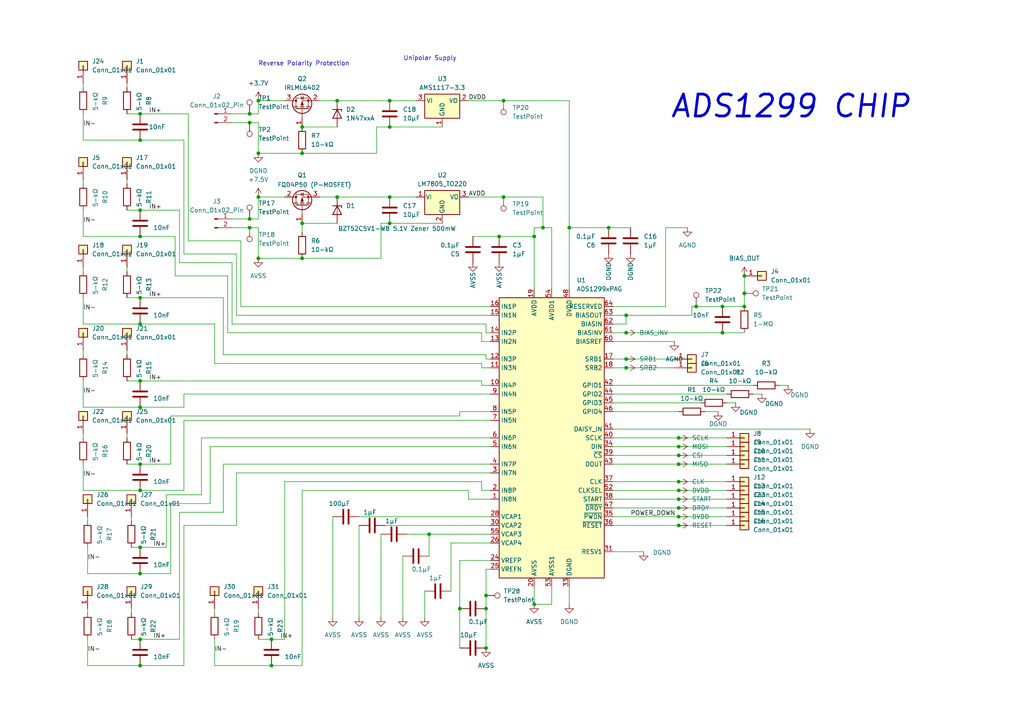
<source format=kicad_sch>
(kicad_sch (version 20250114) (generator "eeschema") (generator_version "9.0")
  (paper "A4")
  (title_block (title "EEG ADC BOARD") (date "2025-08-15") (rev "Mohamed Samir"))
  (text "Unipolar Supply\n\n " (at 124.714 19.05 0) (effects (font (size 1.27 1.27))))
  (text "Reverse Polarity Protection\n" (at 88.138 18.542 0) (effects (font (size 1.27 1.27))))
  (text "ADS1299 CHIP\n" (at 229.362 30.988 0) (effects (font (size 6.35 6.35) (thickness 0.7938) (italic yes))))
  (junction (at 97.79 29.21))
  (junction (at 181.61 91.44))
  (junction (at 72.39 33.02))
  (junction (at 40.64 142.24))
  (junction (at 87.63 44.45))
  (junction (at 40.64 40.64))
  (junction (at 40.64 93.98))
  (junction (at 40.64 118.11))
  (junction (at 140.97 176.53))
  (junction (at 201.93 88.9))
  (junction (at 40.64 60.96))
  (junction (at 40.64 193.04))
  (junction (at 196.85 134.62))
  (junction (at 181.61 96.52))
  (junction (at 113.03 29.21))
  (junction (at 144.78 68.58))
  (junction (at 113.03 57.15))
  (junction (at 196.85 152.4))
  (junction (at 215.9 88.9))
  (junction (at 196.85 139.7))
  (junction (at 196.85 127))
  (junction (at 181.61 106.68))
  (junction (at 154.94 68.58))
  (junction (at 87.63 64.77))
  (junction (at 72.39 35.56))
  (junction (at 97.79 57.15))
  (junction (at 74.93 57.15))
  (junction (at 72.39 66.04))
  (junction (at 40.64 33.02))
  (junction (at 215.9 85.09))
  (junction (at 40.64 185.42))
  (junction (at 215.9 80.01))
  (junction (at 87.63 36.83))
  (junction (at 87.63 74.93))
  (junction (at 209.55 96.52))
  (junction (at 124.46 154.94))
  (junction (at 140.97 172.72))
  (junction (at 74.93 74.93))
  (junction (at 146.05 29.21))
  (junction (at 40.64 86.36))
  (junction (at 113.03 64.77))
  (junction (at 40.64 68.58))
  (junction (at 154.94 175.26))
  (junction (at 40.64 166.37))
  (junction (at 74.93 44.45))
  (junction (at 40.64 158.75))
  (junction (at 74.93 29.21))
  (junction (at 146.05 57.15))
  (junction (at 40.64 134.62))
  (junction (at 181.61 104.14))
  (junction (at 157.48 66.04))
  (junction (at 40.64 110.49))
  (junction (at 196.85 144.78))
  (junction (at 196.85 132.08))
  (junction (at 209.55 88.9))
  (junction (at 196.85 147.32))
  (junction (at 133.35 176.53))
  (junction (at 140.97 187.96))
  (junction (at 196.85 142.24))
  (junction (at 165.1 66.04))
  (junction (at 196.85 129.54))
  (junction (at 196.85 149.86))
  (junction (at 78.74 193.04))
  (junction (at 176.53 66.04))
  (junction (at 113.03 36.83))
  (junction (at 78.74 185.42))
  (junction (at 72.39 63.5))
  (wire (pts (xy 72.39 63.5) (xy 74.93 63.5)))
  (wire (pts (xy 74.93 74.93) (xy 87.63 74.93)))
  (wire (pts (xy 25.4 185.42) (xy 25.4 193.04)))
  (wire (pts (xy 36.83 101.6) (xy 36.83 102.87)))
  (wire (pts (xy 82.55 139.7) (xy 139.7 139.7)))
  (wire (pts (xy 69.85 88.9) (xy 142.24 88.9)))
  (wire (pts (xy 177.8 104.14) (xy 181.61 104.14)))
  (wire (pts (xy 142.24 144.78) (xy 135.89 144.78)))
  (wire (pts (xy 54.61 33.02) (xy 54.61 69.85)))
  (wire (pts (xy 226.06 111.76) (xy 228.6 111.76)))
  (wire (pts (xy 200.66 88.9) (xy 201.93 88.9)))
  (wire (pts (xy 24.13 86.36) (xy 24.13 93.98)))
  (wire (pts (xy 177.8 129.54) (xy 196.85 129.54)))
  (wire (pts (xy 82.55 185.42) (xy 82.55 139.7)))
  (wire (pts (xy 64.77 134.62) (xy 142.24 134.62)))
  (wire (pts (xy 139.7 99.06) (xy 142.24 99.06)))
  (wire (pts (xy 210.82 129.54) (xy 196.85 129.54)))
  (wire (pts (xy 113.03 64.77) (xy 128.27 64.77)))
  (wire (pts (xy 195.58 106.68) (xy 181.61 106.68)))
  (wire (pts (xy 110.49 154.94) (xy 110.49 179.07)))
  (wire (pts (xy 54.61 69.85) (xy 69.85 69.85)))
  (wire (pts (xy 74.93 29.21) (xy 82.55 29.21)))
  (wire (pts (xy 74.93 63.5) (xy 74.93 57.15)))
  (wire (pts (xy 135.89 57.15) (xy 146.05 57.15)))
  (wire (pts (xy 135.89 144.78) (xy 135.89 142.24)))
  (wire (pts (xy 146.05 29.21) (xy 165.1 29.21)))
  (wire (pts (xy 60.96 146.05) (xy 49.53 146.05)))
  (wire (pts (xy 24.13 93.98) (xy 40.64 93.98)))
  (wire (pts (xy 142.24 129.54) (xy 60.96 129.54)))
  (wire (pts (xy 146.05 57.15) (xy 157.48 57.15)))
  (wire (pts (xy 139.7 142.24) (xy 142.24 142.24)))
  (wire (pts (xy 40.64 193.04) (xy 25.4 193.04)))
  (wire (pts (xy 68.58 73.66) (xy 68.58 91.44)))
  (wire (pts (xy 195.58 104.14) (xy 181.61 104.14)))
  (wire (pts (xy 97.79 57.15) (xy 92.71 57.15)))
  (wire (pts (xy 193.04 88.9) (xy 193.04 66.04)))
  (wire (pts (xy 204.47 119.38) (xy 208.28 119.38)))
  (wire (pts (xy 64.77 102.87) (xy 140.97 102.87)))
  (wire (pts (xy 72.39 35.56) (xy 74.93 35.56)))
  (wire (pts (xy 209.55 88.9) (xy 215.9 88.9)))
  (wire (pts (xy 53.34 121.92) (xy 142.24 121.92)))
  (wire (pts (xy 160.02 66.04) (xy 157.48 66.04)))
  (wire (pts (xy 62.23 176.53) (xy 62.23 177.8)))
  (wire (pts (xy 177.8 116.84) (xy 203.2 116.84)))
  (wire (pts (xy 144.78 68.58) (xy 154.94 68.58)))
  (wire (pts (xy 40.64 40.64) (xy 53.34 40.64)))
  (wire (pts (xy 109.22 44.45) (xy 87.63 44.45)))
  (wire (pts (xy 67.31 93.98) (xy 140.97 93.98)))
  (wire (pts (xy 50.8 68.58) (xy 50.8 80.01)))
  (wire (pts (xy 177.8 134.62) (xy 196.85 134.62)))
  (wire (pts (xy 87.63 74.93) (xy 110.49 74.93)))
  (wire (pts (xy 140.97 176.53) (xy 140.97 187.96)))
  (wire (pts (xy 133.35 120.65) (xy 133.35 119.38)))
  (wire (pts (xy 74.93 44.45) (xy 87.63 44.45)))
  (wire (pts (xy 74.93 33.02) (xy 74.93 29.21)))
  (wire (pts (xy 24.13 68.58) (xy 40.64 68.58)))
  (wire (pts (xy 177.8 91.44) (xy 181.61 91.44)))
  (wire (pts (xy 139.7 96.52) (xy 139.7 99.06)))
  (wire (pts (xy 87.63 64.77) (xy 97.79 64.77)))
  (wire (pts (xy 113.03 36.83) (xy 128.27 36.83)))
  (wire (pts (xy 113.03 29.21) (xy 120.65 29.21)))
  (wire (pts (xy 177.8 152.4) (xy 196.85 152.4)))
  (wire (pts (xy 58.42 127) (xy 142.24 127)))
  (wire (pts (xy 53.34 142.24) (xy 53.34 121.92)))
  (wire (pts (xy 66.04 96.52) (xy 139.7 96.52)))
  (wire (pts (xy 87.63 142.24) (xy 87.63 193.04)))
  (wire (pts (xy 25.4 149.86) (xy 25.4 151.13)))
  (wire (pts (xy 177.8 144.78) (xy 196.85 144.78)))
  (wire (pts (xy 210.82 142.24) (xy 196.85 142.24)))
  (wire (pts (xy 49.53 146.05) (xy 49.53 166.37)))
  (wire (pts (xy 87.63 64.77) (xy 87.63 67.31)))
  (wire (pts (xy 24.13 101.6) (xy 24.13 102.87)))
  (wire (pts (xy 74.93 66.04) (xy 74.93 74.93)))
  (wire (pts (xy 74.93 35.56) (xy 74.93 44.45)))
  (wire (pts (xy 193.04 66.04) (xy 199.39 66.04)))
  (wire (pts (xy 111.76 152.4) (xy 142.24 152.4)))
  (wire (pts (xy 64.77 148.59) (xy 64.77 134.62)))
  (wire (pts (xy 36.83 134.62) (xy 40.64 134.62)))
  (wire (pts (xy 24.13 60.96) (xy 24.13 68.58)))
  (wire (pts (xy 25.4 158.75) (xy 25.4 166.37)))
  (wire (pts (xy 38.1 149.86) (xy 38.1 151.13)))
  (wire (pts (xy 215.9 85.09) (xy 215.9 80.01)))
  (wire (pts (xy 53.34 114.3) (xy 142.24 114.3)))
  (wire (pts (xy 140.97 93.98) (xy 140.97 96.52)))
  (wire (pts (xy 38.1 185.42) (xy 40.64 185.42)))
  (wire (pts (xy 177.8 147.32) (xy 196.85 147.32)))
  (wire (pts (xy 123.19 179.07) (xy 123.19 171.45)))
  (wire (pts (xy 58.42 143.51) (xy 58.42 127)))
  (wire (pts (xy 165.1 170.18) (xy 165.1 175.26)))
  (wire (pts (xy 157.48 66.04) (xy 154.94 66.04)))
  (wire (pts (xy 140.97 165.1) (xy 140.97 172.72)))
  (wire (pts (xy 36.83 60.96) (xy 40.64 60.96)))
  (wire (pts (xy 181.61 91.44) (xy 181.61 93.98)))
  (wire (pts (xy 74.93 176.53) (xy 74.93 177.8)))
  (wire (pts (xy 67.31 33.02) (xy 72.39 33.02)))
  (wire (pts (xy 200.66 91.44) (xy 200.66 88.9)))
  (wire (pts (xy 66.04 80.01) (xy 66.04 96.52)))
  (wire (pts (xy 49.53 120.65) (xy 133.35 120.65)))
  (wire (pts (xy 154.94 66.04) (xy 154.94 68.58)))
  (wire (pts (xy 78.74 193.04) (xy 62.23 193.04)))
  (wire (pts (xy 40.64 185.42) (xy 52.07 185.42)))
  (wire (pts (xy 69.85 69.85) (xy 69.85 88.9)))
  (wire (pts (xy 139.7 111.76) (xy 142.24 111.76)))
  (wire (pts (xy 130.81 157.48) (xy 142.24 157.48)))
  (wire (pts (xy 24.13 33.02) (xy 24.13 40.64)))
  (wire (pts (xy 40.64 142.24) (xy 53.34 142.24)))
  (wire (pts (xy 53.34 118.11) (xy 53.34 114.3)))
  (wire (pts (xy 74.93 57.15) (xy 82.55 57.15)))
  (wire (pts (xy 68.58 91.44) (xy 142.24 91.44)))
  (wire (pts (xy 104.14 152.4) (xy 104.14 179.07)))
  (wire (pts (xy 177.8 139.7) (xy 196.85 139.7)))
  (wire (pts (xy 87.63 36.83) (xy 97.79 36.83)))
  (wire (pts (xy 181.61 96.52) (xy 209.55 96.52)))
  (wire (pts (xy 139.7 106.68) (xy 142.24 106.68)))
  (wire (pts (xy 24.13 77.47) (xy 24.13 78.74)))
  (wire (pts (xy 210.82 132.08) (xy 196.85 132.08)))
  (wire (pts (xy 40.64 166.37) (xy 49.53 166.37)))
  (wire (pts (xy 135.89 142.24) (xy 87.63 142.24)))
  (wire (pts (xy 165.1 66.04) (xy 176.53 66.04)))
  (wire (pts (xy 140.97 102.87) (xy 140.97 104.14)))
  (wire (pts (xy 177.8 106.68) (xy 181.61 106.68)))
  (wire (pts (xy 78.74 185.42) (xy 82.55 185.42)))
  (wire (pts (xy 110.49 74.93) (xy 110.49 64.77)))
  (wire (pts (xy 53.34 193.04) (xy 40.64 193.04)))
  (wire (pts (xy 40.64 93.98) (xy 62.23 93.98)))
  (wire (pts (xy 210.82 127) (xy 196.85 127)))
  (wire (pts (xy 67.31 76.2) (xy 67.31 93.98)))
  (wire (pts (xy 135.89 29.21) (xy 146.05 29.21)))
  (wire (pts (xy 40.64 68.58) (xy 50.8 68.58)))
  (wire (pts (xy 140.97 96.52) (xy 142.24 96.52)))
  (wire (pts (xy 92.71 29.21) (xy 97.79 29.21)))
  (wire (pts (xy 133.35 119.38) (xy 142.24 119.38)))
  (wire (pts (xy 24.13 134.62) (xy 24.13 142.24)))
  (wire (pts (xy 177.8 127) (xy 196.85 127)))
  (wire (pts (xy 210.82 147.32) (xy 196.85 147.32)))
  (wire (pts (xy 67.31 66.04) (xy 72.39 66.04)))
  (wire (pts (xy 60.96 129.54) (xy 60.96 146.05)))
  (wire (pts (xy 218.44 114.3) (xy 220.98 114.3)))
  (wire (pts (xy 215.9 88.9) (xy 215.9 85.09)))
  (wire (pts (xy 109.22 36.83) (xy 113.03 36.83)))
  (wire (pts (xy 177.8 99.06) (xy 195.58 99.06)))
  (wire (pts (xy 160.02 175.26) (xy 154.94 175.26)))
  (wire (pts (xy 49.53 134.62) (xy 49.53 120.65)))
  (wire (pts (xy 52.07 60.96) (xy 52.07 76.2)))
  (wire (pts (xy 24.13 40.64) (xy 40.64 40.64)))
  (wire (pts (xy 52.07 76.2) (xy 67.31 76.2)))
  (wire (pts (xy 24.13 142.24) (xy 40.64 142.24)))
  (wire (pts (xy 36.83 110.49) (xy 40.64 110.49)))
  (wire (pts (xy 133.35 162.56) (xy 133.35 176.53)))
  (wire (pts (xy 38.1 176.53) (xy 38.1 177.8)))
  (wire (pts (xy 40.64 86.36) (xy 64.77 86.36)))
  (wire (pts (xy 177.8 96.52) (xy 181.61 96.52)))
  (wire (pts (xy 116.84 161.29) (xy 116.84 179.07)))
  (wire (pts (xy 142.24 137.16) (xy 68.58 137.16)))
  (wire (pts (xy 140.97 104.14) (xy 142.24 104.14)))
  (wire (pts (xy 165.1 29.21) (xy 165.1 66.04)))
  (wire (pts (xy 40.64 134.62) (xy 49.53 134.62)))
  (wire (pts (xy 24.13 125.73) (xy 24.13 127)))
  (wire (pts (xy 181.61 91.44) (xy 200.66 91.44)))
  (wire (pts (xy 62.23 105.41) (xy 139.7 105.41)))
  (wire (pts (xy 52.07 185.42) (xy 52.07 148.59)))
  (wire (pts (xy 140.97 165.1) (xy 142.24 165.1)))
  (wire (pts (xy 139.7 110.49) (xy 139.7 111.76)))
  (wire (pts (xy 124.46 154.94) (xy 124.46 161.29)))
  (wire (pts (xy 74.93 185.42) (xy 78.74 185.42)))
  (wire (pts (xy 154.94 170.18) (xy 154.94 175.26)))
  (wire (pts (xy 133.35 176.53) (xy 133.35 187.96)))
  (wire (pts (xy 210.82 134.62) (xy 196.85 134.62)))
  (wire (pts (xy 36.83 33.02) (xy 40.64 33.02)))
  (wire (pts (xy 160.02 66.04) (xy 160.02 86.36)))
  (wire (pts (xy 154.94 68.58) (xy 154.94 86.36)))
  (wire (pts (xy 62.23 93.98) (xy 62.23 105.41)))
  (wire (pts (xy 118.11 154.94) (xy 124.46 154.94)))
  (wire (pts (xy 201.93 88.9) (xy 209.55 88.9)))
  (wire (pts (xy 133.35 162.56) (xy 142.24 162.56)))
  (wire (pts (xy 72.39 66.04) (xy 74.93 66.04)))
  (wire (pts (xy 24.13 118.11) (xy 40.64 118.11)))
  (wire (pts (xy 62.23 193.04) (xy 62.23 185.42)))
  (wire (pts (xy 160.02 170.18) (xy 160.02 175.26)))
  (wire (pts (xy 36.83 24.13) (xy 36.83 25.4)))
  (wire (pts (xy 210.82 116.84) (xy 213.36 116.84)))
  (wire (pts (xy 104.14 149.86) (xy 142.24 149.86)))
  (wire (pts (xy 40.64 166.37) (xy 25.4 166.37)))
  (wire (pts (xy 36.83 52.07) (xy 36.83 53.34)))
  (wire (pts (xy 36.83 77.47) (xy 36.83 78.74)))
  (wire (pts (xy 48.26 143.51) (xy 58.42 143.51)))
  (wire (pts (xy 210.82 152.4) (xy 196.85 152.4)))
  (wire (pts (xy 40.64 60.96) (xy 52.07 60.96)))
  (wire (pts (xy 109.22 36.83) (xy 109.22 44.45)))
  (wire (pts (xy 139.7 139.7) (xy 139.7 142.24)))
  (wire (pts (xy 87.63 193.04) (xy 78.74 193.04)))
  (wire (pts (xy 137.16 68.58) (xy 144.78 68.58)))
  (wire (pts (xy 97.79 29.21) (xy 113.03 29.21)))
  (wire (pts (xy 40.64 110.49) (xy 139.7 110.49)))
  (wire (pts (xy 177.8 88.9) (xy 193.04 88.9)))
  (wire (pts (xy 176.53 66.04) (xy 182.88 66.04)))
  (wire (pts (xy 36.83 86.36) (xy 40.64 86.36)))
  (wire (pts (xy 209.55 96.52) (xy 215.9 96.52)))
  (wire (pts (xy 52.07 148.59) (xy 64.77 148.59)))
  (wire (pts (xy 130.81 171.45) (xy 130.81 157.48)))
  (wire (pts (xy 210.82 149.86) (xy 196.85 149.86)))
  (wire (pts (xy 24.13 52.07) (xy 24.13 53.34)))
  (wire (pts (xy 96.52 149.86) (xy 96.52 179.07)))
  (wire (pts (xy 67.31 63.5) (xy 72.39 63.5)))
  (wire (pts (xy 177.8 142.24) (xy 196.85 142.24)))
  (wire (pts (xy 68.58 152.4) (xy 53.34 152.4)))
  (wire (pts (xy 177.8 132.08) (xy 196.85 132.08)))
  (wire (pts (xy 40.64 33.02) (xy 54.61 33.02)))
  (wire (pts (xy 177.8 111.76) (xy 218.44 111.76)))
  (wire (pts (xy 68.58 137.16) (xy 68.58 152.4)))
  (wire (pts (xy 53.34 40.64) (xy 53.34 73.66)))
  (wire (pts (xy 177.8 93.98) (xy 181.61 93.98)))
  (wire (pts (xy 24.13 110.49) (xy 24.13 118.11)))
  (wire (pts (xy 53.34 152.4) (xy 53.34 193.04)))
  (wire (pts (xy 53.34 73.66) (xy 68.58 73.66)))
  (wire (pts (xy 64.77 86.36) (xy 64.77 102.87)))
  (wire (pts (xy 177.8 114.3) (xy 210.82 114.3)))
  (wire (pts (xy 177.8 124.46) (xy 234.95 124.46)))
  (wire (pts (xy 110.49 64.77) (xy 113.03 64.77)))
  (wire (pts (xy 36.83 125.73) (xy 36.83 127)))
  (wire (pts (xy 210.82 139.7) (xy 196.85 139.7)))
  (wire (pts (xy 38.1 158.75) (xy 40.64 158.75)))
  (wire (pts (xy 67.31 35.56) (xy 72.39 35.56)))
  (wire (pts (xy 40.64 158.75) (xy 48.26 158.75)))
  (wire (pts (xy 177.8 149.86) (xy 196.85 149.86)))
  (wire (pts (xy 157.48 57.15) (xy 157.48 66.04)))
  (wire (pts (xy 113.03 57.15) (xy 120.65 57.15)))
  (wire (pts (xy 97.79 57.15) (xy 113.03 57.15)))
  (wire (pts (xy 50.8 80.01) (xy 66.04 80.01)))
  (wire (pts (xy 24.13 24.13) (xy 24.13 25.4)))
  (wire (pts (xy 177.8 119.38) (xy 196.85 119.38)))
  (wire (pts (xy 25.4 176.53) (xy 25.4 177.8)))
  (wire (pts (xy 140.97 172.72) (xy 140.97 176.53)))
  (wire (pts (xy 48.26 158.75) (xy 48.26 143.51)))
  (wire (pts (xy 196.85 144.78) (xy 210.82 144.78)))
  (wire (pts (xy 72.39 33.02) (xy 74.93 33.02)))
  (wire (pts (xy 165.1 66.04) (xy 165.1 83.82)))
  (wire (pts (xy 40.64 118.11) (xy 53.34 118.11)))
  (wire (pts (xy 139.7 105.41) (xy 139.7 106.68)))
  (wire (pts (xy 177.8 160.02) (xy 186.69 160.02)))
  (wire (pts (xy 124.46 154.94) (xy 142.24 154.94)))
  (label "IN+" (at 43.18 134.62 0))
  (label "IN-" (at 24.13 90.17 0))
  (label "IN-" (at 25.4 162.56 0))
  (label "IN+" (at 81.28 185.42 0))
  (label "IN-" (at 24.13 64.77 0))
  (label "IN-" (at 24.13 138.43 0))
  (label "IN-" (at 24.13 36.83 0))
  (label "IN-" (at 62.23 189.23 0))
  (label "IN-" (at 24.13 114.3 0))
  (label "IN+" (at 43.18 86.36 0))
  (label "AVDD" (at 135.89 57.15 0))
  (label "IN+" (at 43.18 60.96 0))
  (label "IN+" (at 44.45 185.42 0))
  (label "IN+" (at 43.18 33.02 0))
  (label "IN+" (at 43.18 110.49 0))
  (label "DVDD" (at 135.89 29.21 0))
  (label "IN-" (at 25.4 189.23 0))
  (label "POWER_DOWN" (at 182.88 149.86 0))
  (label "IN+" (at 44.45 158.75 0))
  (symbol (lib_id "Device:R") (at 36.83 130.81 0) (unit 1)
    (property "Reference" "R20" (at 43.18 130.81 90))
    (property "Value" "5-kΩ" (at 40.386 128.27 90) (effects (justify right)))
    (property "Footprint" "Resistor_SMD:R_0402_1005Metric" (effects (hide yes)))
    (property "Description" "Resistor" (effects (hide yes)))
  )
  (symbol (lib_id "power:+3.3V") (at 196.85 129.54 270) (unit 1)
    (property "Reference" "#PWR050" (effects (hide yes)))
    (property "Value" "MOSI" (at 200.66 129.5399 90) (effects (justify left)))
    (property "Description" "Power symbol creates a global label with name \"+3.3V\"" (effects (hide yes)))
  )
  (symbol (lib_id "Connector_Generic:Conn_01x01") (at 24.13 72.39 90) (unit 1)
    (property "Reference" "J18" (at 26.67 71.1199 90) (effects (justify right)))
    (property "Value" "Conn_01x01" (at 26.67 73.6599 90) (effects (justify right)))
    (property "Footprint" "Connector_PinHeader_2.00mm:PinHeader_1x01_P2.00mm_Vertical" (effects (hide yes)))
    (property "Description" "Generic connector, single row, 01x01, script generated (kicad-library-utils/schlib/autogen/connector/)" (effects (hide yes)))
  )
  (symbol (lib_id "Connector_Generic:Conn_01x01") (at 24.13 96.52 90) (unit 1)
    (property "Reference" "J20" (at 26.67 95.2499 90) (effects (justify right)))
    (property "Value" "Conn_01x01" (at 26.67 97.7899 90) (effects (justify right)))
    (property "Footprint" "Connector_PinHeader_2.00mm:PinHeader_1x01_P2.00mm_Vertical" (effects (hide yes)))
    (property "Description" "Generic connector, single row, 01x01, script generated (kicad-library-utils/schlib/autogen/connector/)" (effects (hide yes)))
  )
  (symbol (lib_id "Device:C") (at 182.88 69.85 0) (unit 1)
    (property "Reference" "C16" (at 186.69 68.5799 0) (effects (justify left)))
    (property "Value" "1μF" (at 186.69 71.1199 0) (effects (justify left)))
    (property "Footprint" "Capacitor_SMD:C_0402_1005Metric" (effects (hide yes)))
    (property "Description" "Unpolarized capacitor" (effects (hide yes)))
  )
  (symbol (lib_id "power:GND") (at 74.93 74.93 0) (unit 1)
    (property "Reference" "#PWR043" (effects (hide yes)))
    (property "Value" "AVSS" (at 74.93 80.01 0))
    (property "Description" "Power symbol creates a global label with name \"GND\" , ground" (effects (hide yes)))
  )
  (symbol (lib_id "Device:C") (at 209.55 92.71 180) (unit 1)
    (property "Reference" "C12" (effects (hide yes)))
    (property "Value" "10nF" (at 205.74 91.4401 0) (effects (justify left)))
    (property "Footprint" "Capacitor_SMD:C_0402_1005Metric" (effects (hide yes)))
    (property "Description" "Unpolarized capacitor" (effects (hide yes)))
  )
  (symbol (lib_id "power:GND") (at 116.84 179.07 0) (unit 1)
    (property "Reference" "#PWR042" (effects (hide yes)))
    (property "Value" "AVSS" (at 116.84 184.15 0))
    (property "Description" "Power symbol creates a global label with name \"GND\" , ground" (effects (hide yes)))
  )
  (symbol (lib_id "Device:R") (at 36.83 82.55 0) (unit 1)
    (property "Reference" "R13" (at 43.18 82.55 90))
    (property "Value" "5-kΩ" (at 40.386 80.01 90) (effects (justify right)))
    (property "Footprint" "Resistor_SMD:R_0402_1005Metric" (effects (hide yes)))
    (property "Description" "Resistor" (effects (hide yes)))
  )
  (symbol (lib_id "Device:R") (at 24.13 29.21 0) (unit 1)
    (property "Reference" "R9" (at 30.48 29.21 90))
    (property "Value" "5-kΩ" (at 27.686 26.67 90) (effects (justify right)))
    (property "Footprint" "Resistor_SMD:R_0402_1005Metric" (effects (hide yes)))
    (property "Description" "Resistor" (effects (hide yes)))
  )
  (symbol (lib_id "Connector_Generic:Conn_01x01") (at 215.9 147.32 0) (unit 1)
    (property "Reference" "J14" (at 218.44 146.0499 0) (effects (justify left)))
    (property "Value" "Conn_01x01" (at 218.44 148.5899 0) (effects (justify left)))
    (property "Footprint" "Connector_PinHeader_2.00mm:PinHeader_1x01_P2.00mm_Vertical" (effects (hide yes)))
    (property "Description" "Generic connector, single row, 01x01, script generated (kicad-library-utils/schlib/autogen/connector/)" (effects (hide yes)))
  )
  (symbol (lib_id "power:+3.3V") (at 196.85 152.4 270) (unit 1)
    (property "Reference" "#PWR053" (effects (hide yes)))
    (property "Value" "RESET" (at 200.66 152.3999 90) (effects (justify left)))
    (property "Description" "Power symbol creates a global label with name \"+3.3V\"" (effects (hide yes)))
  )
  (symbol (lib_id "Connector_Generic:Conn_01x01") (at 36.83 96.52 90) (unit 1)
    (property "Reference" "J21" (at 39.37 95.2499 90) (effects (justify right)))
    (property "Value" "Conn_01x01" (at 39.37 97.7899 90) (effects (justify right)))
    (property "Footprint" "Connector_PinHeader_2.00mm:PinHeader_1x01_P2.00mm_Vertical" (effects (hide yes)))
    (property "Description" "Generic connector, single row, 01x01, script generated (kicad-library-utils/schlib/autogen/connector/)" (effects (hide yes)))
  )
  (symbol (lib_id "Device:R") (at 38.1 181.61 0) (unit 1)
    (property "Reference" "R22" (at 44.45 181.61 90))
    (property "Value" "5-kΩ" (at 41.656 179.07 90) (effects (justify right)))
    (property "Footprint" "Resistor_SMD:R_0402_1005Metric" (effects (hide yes)))
    (property "Description" "Resistor" (effects (hide yes)))
  )
  (symbol (lib_id "power:+3.3V") (at 196.85 144.78 270) (unit 1)
    (property "Reference" "#PWR02" (effects (hide yes)))
    (property "Value" "START" (at 200.66 144.7799 90) (effects (justify left)))
    (property "Description" "Power symbol creates a global label with name \"+3.3V\"" (effects (hide yes)))
  )
  (symbol (lib_id "Device:R") (at 36.83 57.15 0) (unit 1)
    (property "Reference" "R11" (at 43.18 57.15 90))
    (property "Value" "5-kΩ" (at 40.386 54.61 90) (effects (justify right)))
    (property "Footprint" "Resistor_SMD:R_0402_1005Metric" (effects (hide yes)))
    (property "Description" "Resistor" (effects (hide yes)))
  )
  (symbol (lib_id "Transistor_FET:IRLML6402") (at 87.63 31.75 90) (unit 1)
    (property "Reference" "Q2" (at 87.63 22.86 90))
    (property "Value" "IRLML6402" (at 87.63 25.4 90))
    (property "Footprint" "Package_TO_SOT_SMD:SOT-23" (effects (hide yes)))
    (property "Datasheet" "https://www.infineon.com/dgdl/irlml6402pbf.pdf?fileId=5546d462533600a401535668d5c2263c" (effects (hide yes)))
    (property "Description" "-3.7A Id, -20V Vds, 65mOhm Rds, P-Channel HEXFET Power MOSFET, SOT-23" (effects (hide yes)))
  )
  (symbol (lib_id "Device:C") (at 176.53 69.85 180) (unit 1)
    (property "Reference" "C6" (at 172.72 71.1201 0) (effects (justify left)))
    (property "Value" "0.1μF" (at 172.72 68.5801 0) (effects (justify left)))
    (property "Footprint" "Capacitor_SMD:C_0402_1005Metric" (effects (hide yes)))
    (property "Description" "Unpolarized capacitor" (effects (hide yes)))
  )
  (symbol (lib_id "Device:R") (at 74.93 181.61 0) (unit 1)
    (property "Reference" "R23" (at 81.28 181.61 90))
    (property "Value" "5-kΩ" (at 78.486 179.07 90) (effects (justify right)))
    (property "Footprint" "Resistor_SMD:R_0402_1005Metric" (effects (hide yes)))
    (property "Description" "Resistor" (effects (hide yes)))
  )
  (symbol (lib_id "Device:R") (at 24.13 130.81 0) (unit 1)
    (property "Reference" "R16" (at 30.48 130.81 90))
    (property "Value" "5-kΩ" (at 27.686 128.27 90) (effects (justify right)))
    (property "Footprint" "Resistor_SMD:R_0402_1005Metric" (effects (hide yes)))
    (property "Description" "Resistor" (effects (hide yes)))
  )
  (symbol (lib_id "power:GND") (at 137.16 76.2 0) (unit 1)
    (property "Reference" "#PWR036" (effects (hide yes)))
    (property "Value" "AVSS" (at 137.16 81.28 90))
    (property "Description" "Power symbol creates a global label with name \"GND\" , ground" (effects (hide yes)))
  )
  (symbol (lib_id "Device:R") (at 25.4 154.94 0) (unit 1)
    (property "Reference" "R17" (at 31.75 154.94 90))
    (property "Value" "5-kΩ" (at 28.956 152.4 90) (effects (justify right)))
    (property "Footprint" "Resistor_SMD:R_0402_1005Metric" (effects (hide yes)))
    (property "Description" "Resistor" (effects (hide yes)))
  )
  (symbol (lib_id "Connector:Conn_01x02_Pin") (at 62.23 33.02 0) (unit 1)
    (property "Reference" "J2" (at 62.865 27.94 0))
    (property "Value" "Conn_01x02_Pin" (at 62.865 30.48 0))
    (property "Footprint" "Connector_PinHeader_1.00mm:PinHeader_1x02_P1.00mm_Vertical" (effects (hide yes)))
    (property "Description" "Generic connector, single row, 01x02, script generated" (effects (hide yes)))
  )
  (symbol (lib_id "power:+3.3V") (at 196.85 149.86 270) (unit 1)
    (property "Reference" "#PWR01" (effects (hide yes)))
    (property "Value" "DVDD" (at 200.66 149.8599 90) (effects (justify left)))
    (property "Description" "Power symbol creates a global label with name \"+3.3V\"" (effects (hide yes)))
  )
  (symbol (lib_id "Connector_Generic:Conn_01x01") (at 24.13 46.99 90) (unit 1)
    (property "Reference" "J5" (at 26.67 45.7199 90) (effects (justify right)))
    (property "Value" "Conn_01x01" (at 26.67 48.2599 90) (effects (justify right)))
    (property "Footprint" "Connector_PinHeader_2.00mm:PinHeader_1x01_P2.00mm_Vertical" (effects (hide yes)))
    (property "Description" "Generic connector, single row, 01x01, script generated (kicad-library-utils/schlib/autogen/connector/)" (effects (hide yes)))
  )
  (symbol (lib_id "power:+3.3V") (at 196.85 142.24 270) (unit 1)
    (property "Reference" "#PWR016" (effects (hide yes)))
    (property "Value" "DVDD" (at 200.66 142.2399 90) (effects (justify left)))
    (property "Description" "Power symbol creates a global label with name \"+3.3V\"" (effects (hide yes)))
  )
  (symbol (lib_id "power:+3.3V") (at 196.85 134.62 270) (unit 1)
    (property "Reference" "#PWR052" (effects (hide yes)))
    (property "Value" "MISO" (at 200.66 134.6199 90) (effects (justify left)))
    (property "Description" "Power symbol creates a global label with name \"+3.3V\"" (effects (hide yes)))
  )
  (symbol (lib_id "Connector:TestPoint") (at 146.05 57.15 180) (unit 1)
    (property "Reference" "TP19" (at 148.59 59.1819 0) (effects (justify right)))
    (property "Value" "TestPoint" (at 148.59 61.7219 0) (effects (justify right)))
    (property "Footprint" "TestPoint:TestPoint_Pad_1.0x1.0mm" (effects (hide yes)))
    (property "Description" "test point" (effects (hide yes)))
  )
  (symbol (lib_id "Connector_Generic:Conn_01x01") (at 215.9 149.86 0) (unit 1)
    (property "Reference" "J15" (at 218.44 148.5899 0) (effects (justify left)))
    (property "Value" "Conn_01x01" (at 218.44 151.1299 0) (effects (justify left)))
    (property "Footprint" "Connector_PinHeader_2.00mm:PinHeader_1x01_P2.00mm_Vertical" (effects (hide yes)))
    (property "Description" "Generic connector, single row, 01x01, script generated (kicad-library-utils/schlib/autogen/connector/)" (effects (hide yes)))
  )
  (symbol (lib_id "power:GND") (at 74.93 44.45 0) (unit 1)
    (property "Reference" "#PWR04" (effects (hide yes)))
    (property "Value" "DGND" (at 74.93 49.53 0))
    (property "Description" "Power symbol creates a global label with name \"GND\" , ground" (effects (hide yes)))
  )
  (symbol (lib_id "power:+3.3V") (at 196.85 132.08 270) (unit 1)
    (property "Reference" "#PWR051" (effects (hide yes)))
    (property "Value" "CSI" (at 200.66 132.0799 90) (effects (justify left)))
    (property "Description" "Power symbol creates a global label with name \"+3.3V\"" (effects (hide yes)))
  )
  (symbol (lib_id "Device:R") (at 25.4 181.61 0) (unit 1)
    (property "Reference" "R18" (at 31.75 181.61 90))
    (property "Value" "5-kΩ" (at 28.956 179.07 90) (effects (justify right)))
    (property "Footprint" "Resistor_SMD:R_0402_1005Metric" (effects (hide yes)))
    (property "Description" "Resistor" (effects (hide yes)))
  )
  (symbol (lib_id "Connector_Generic:Conn_01x01") (at 25.4 171.45 90) (unit 1)
    (property "Reference" "J28" (at 27.94 170.1799 90) (effects (justify right)))
    (property "Value" "Conn_01x01" (at 27.94 172.7199 90) (effects (justify right)))
    (property "Footprint" "Connector_PinHeader_2.00mm:PinHeader_1x01_P2.00mm_Vertical" (effects (hide yes)))
    (property "Description" "Generic connector, single row, 01x01, script generated (kicad-library-utils/schlib/autogen/connector/)" (effects (hide yes)))
  )
  (symbol (lib_id "Device:R") (at 87.63 40.64 0) (unit 1)
    (property "Reference" "R7" (at 90.17 39.3699 0) (effects (justify left)))
    (property "Value" "10-kΩ" (at 90.17 41.9099 0) (effects (justify left)))
    (property "Footprint" "Resistor_SMD:R_0603_1608Metric" (effects (hide yes)))
    (property "Description" "Resistor" (effects (hide yes)))
  )
  (symbol (lib_id "Device:R") (at 200.66 119.38 90) (unit 1)
    (property "Reference" "R1" (at 200.66 113.03 90))
    (property "Value" "10-kΩ" (at 200.66 115.57 90))
    (property "Footprint" "Resistor_SMD:R_0603_1608Metric" (effects (hide yes)))
    (property "Description" "Resistor" (effects (hide yes)))
  )
  (symbol (lib_id "Connector_Generic:Conn_01x01") (at 200.66 104.14 0) (unit 1)
    (property "Reference" "J7" (at 203.2 102.8699 0) (effects (justify left)))
    (property "Value" "Conn_01x01" (at 203.2 105.4099 0) (effects (justify left)))
    (property "Footprint" "Connector_PinHeader_2.00mm:PinHeader_1x01_P2.00mm_Vertical" (effects (hide yes)))
    (property "Description" "Generic connector, single row, 01x01, script generated (kicad-library-utils/schlib/autogen/connector/)" (effects (hide yes)))
  )
  (symbol (lib_id "power:GND") (at 186.69 160.02 0) (unit 1)
    (property "Reference" "#PWR014" (effects (hide yes)))
    (property "Value" "DGND" (at 192.024 160.274 0))
    (property "Description" "Power symbol creates a global label with name \"GND\" , ground" (effects (hide yes)))
  )
  (symbol (lib_id "Device:C") (at 78.74 189.23 0) (unit 1)
    (property "Reference" "C22" (effects (hide yes)))
    (property "Value" "10nF" (at 82.55 190.4999 0) (effects (justify left)))
    (property "Footprint" "Capacitor_SMD:C_0402_1005Metric" (effects (hide yes)))
    (property "Description" "Unpolarized capacitor" (effects (hide yes)))
  )
  (symbol (lib_id "Connector_Generic:Conn_01x01") (at 62.23 171.45 90) (unit 1)
    (property "Reference" "J30" (at 64.77 170.1799 90) (effects (justify right)))
    (property "Value" "Conn_01x01" (at 64.77 172.7199 90) (effects (justify right)))
    (property "Footprint" "Connector_PinHeader_2.00mm:PinHeader_1x01_P2.00mm_Vertical" (effects (hide yes)))
    (property "Description" "Generic connector, single row, 01x01, script generated (kicad-library-utils/schlib/autogen/connector/)" (effects (hide yes)))
  )
  (symbol (lib_id "power:+3.3V") (at 196.85 147.32 270) (unit 1)
    (property "Reference" "#PWR054" (effects (hide yes)))
    (property "Value" "DRDY" (at 200.66 147.3199 90) (effects (justify left)))
    (property "Description" "Power symbol creates a global label with name \"+3.3V\"" (effects (hide yes)))
  )
  (symbol (lib_id "Device:R") (at 24.13 57.15 0) (unit 1)
    (property "Reference" "R10" (at 30.48 57.15 90))
    (property "Value" "5-kΩ" (at 27.686 54.61 90) (effects (justify right)))
    (property "Footprint" "Resistor_SMD:R_0402_1005Metric" (effects (hide yes)))
    (property "Description" "Resistor" (effects (hide yes)))
  )
  (symbol (lib_id "power:GND") (at 96.52 179.07 0) (unit 1)
    (property "Reference" "#PWR039" (effects (hide yes)))
    (property "Value" "AVSS" (at 96.52 184.15 0))
    (property "Description" "Power symbol creates a global label with name \"GND\" , ground" (effects (hide yes)))
  )
  (symbol (lib_id "power:GND") (at 140.97 187.96 0) (unit 1)
    (property "Reference" "#PWR015" (effects (hide yes)))
    (property "Value" "AVSS" (at 140.97 193.04 0))
    (property "Description" "Power symbol creates a global label with name \"GND\" , ground" (effects (hide yes)))
  )
  (symbol (lib_id "power:+3.3V") (at 196.85 139.7 270) (unit 1)
    (property "Reference" "#PWR048" (effects (hide yes)))
    (property "Value" "CLK" (at 200.66 139.6999 90) (effects (justify left)))
    (property "Description" "Power symbol creates a global label with name \"+3.3V\"" (effects (hide yes)))
  )
  (symbol (lib_id "Connector_Generic:Conn_01x01") (at 74.93 171.45 90) (unit 1)
    (property "Reference" "J31" (at 77.47 170.1799 90) (effects (justify right)))
    (property "Value" "Conn_01x01" (at 77.47 172.7199 90) (effects (justify right)))
    (property "Footprint" "Connector_PinHeader_2.00mm:PinHeader_1x01_P2.00mm_Vertical" (effects (hide yes)))
    (property "Description" "Generic connector, single row, 01x01, script generated (kicad-library-utils/schlib/autogen/connector/)" (effects (hide yes)))
  )
  (symbol (lib_id "Connector:TestPoint") (at 215.9 85.09 270) (unit 1)
    (property "Reference" "TP21" (at 220.98 83.8199 90) (effects (justify left)))
    (property "Value" "TestPoint" (at 220.98 86.3599 90) (effects (justify left)))
    (property "Footprint" "TestPoint:TestPoint_Pad_1.0x1.0mm" (effects (hide yes)))
    (property "Description" "test point" (effects (hide yes)))
  )
  (symbol (lib_id "Device:C") (at 100.33 149.86 90) (unit 1)
    (property "Reference" "C7" (effects (hide yes)))
    (property "Value" "100μF" (at 101.5999 146.05 90) (effects (justify left)))
    (property "Footprint" "Capacitor_SMD:C_0402_1005Metric" (effects (hide yes)))
    (property "Description" "Unpolarized capacitor" (effects (hide yes)))
  )
  (symbol (lib_id "Device:C") (at 113.03 33.02 180) (unit 1)
    (property "Reference" "C18" (at 116.84 31.7499 0) (effects (justify right)))
    (property "Value" "10μF" (at 116.84 34.2899 0) (effects (justify right)))
    (property "Footprint" "Capacitor_SMD:CP_Elec_5x5.4" (effects (hide yes)))
    (property "Description" "Unpolarized capacitor" (effects (hide yes)))
  )
  (symbol (lib_id "Device:C") (at 40.64 114.3 0) (unit 1)
    (property "Reference" "C15" (effects (hide yes)))
    (property "Value" "10nF" (at 44.45 115.5699 0) (effects (justify left)))
    (property "Footprint" "Capacitor_SMD:C_0402_1005Metric" (effects (hide yes)))
    (property "Description" "Unpolarized capacitor" (effects (hide yes)))
  )
  (symbol (lib_id "Device:C") (at 120.65 161.29 270) (unit 1)
    (property "Reference" "C11" (effects (hide yes)))
    (property "Value" "0.1μF" (at 119.3801 165.1 90) (effects (justify left)))
    (property "Footprint" "Capacitor_SMD:C_0402_1005Metric" (effects (hide yes)))
    (property "Description" "Unpolarized capacitor" (effects (hide yes)))
  )
  (symbol (lib_id "Device:C") (at 40.64 36.83 180) (unit 1)
    (property "Reference" "C1" (effects (hide yes)))
    (property "Value" "10nF" (at 48.006 36.83 0) (effects (justify left)))
    (property "Footprint" "Capacitor_SMD:C_0402_1005Metric" (effects (hide yes)))
    (property "Description" "Unpolarized capacitor" (effects (hide yes)))
  )
  (symbol (lib_id "Connector_Generic:Conn_01x01") (at 36.83 120.65 90) (unit 1)
    (property "Reference" "J25" (at 39.37 119.3799 90) (effects (justify right)))
    (property "Value" "Conn_01x01" (at 39.37 121.9199 90) (effects (justify right)))
    (property "Footprint" "Connector_PinHeader_2.00mm:PinHeader_1x01_P2.00mm_Vertical" (effects (hide yes)))
    (property "Description" "Generic connector, single row, 01x01, script generated (kicad-library-utils/schlib/autogen/connector/)" (effects (hide yes)))
  )
  (symbol (lib_id "power:GND") (at 165.1 175.26 0) (unit 1)
    (property "Reference" "#PWR018" (effects (hide yes)))
    (property "Value" "DGND" (at 165.1 180.34 0))
    (property "Description" "Power symbol creates a global label with name \"GND\" , ground" (effects (hide yes)))
  )
  (symbol (lib_id "Connector_Generic:Conn_01x01") (at 36.83 72.39 90) (unit 1)
    (property "Reference" "J19" (at 39.37 71.1199 90) (effects (justify right)))
    (property "Value" "Conn_01x01" (at 39.37 73.6599 90) (effects (justify right)))
    (property "Footprint" "Connector_PinHeader_2.00mm:PinHeader_1x01_P2.00mm_Vertical" (effects (hide yes)))
    (property "Description" "Generic connector, single row, 01x01, script generated (kicad-library-utils/schlib/autogen/connector/)" (effects (hide yes)))
  )
  (symbol (lib_id "Device:C") (at 40.64 189.23 0) (unit 1)
    (property "Reference" "C21" (effects (hide yes)))
    (property "Value" "10nF" (at 44.45 190.4999 0) (effects (justify left)))
    (property "Footprint" "Capacitor_SMD:C_0402_1005Metric" (effects (hide yes)))
    (property "Description" "Unpolarized capacitor" (effects (hide yes)))
  )
  (symbol (lib_id "Connector_Generic:Conn_01x01") (at 38.1 171.45 90) (unit 1)
    (property "Reference" "J29" (at 40.64 170.1799 90) (effects (justify right)))
    (property "Value" "Conn_01x01" (at 40.64 172.7199 90) (effects (justify right)))
    (property "Footprint" "Connector_PinHeader_2.00mm:PinHeader_1x01_P2.00mm_Vertical" (effects (hide yes)))
    (property "Description" "Generic connector, single row, 01x01, script generated (kicad-library-utils/schlib/autogen/connector/)" (effects (hide yes)))
  )
  (symbol (lib_id "Regulator_Linear:LM7805_TO220") (at 128.27 57.15 0) (unit 1)
    (property "Reference" "U2" (at 128.27 50.8 0))
    (property "Value" "LM7805_TO220" (at 128.27 53.34 0))
    (property "Footprint" "Package_TO_SOT_SMD:SOT-223" (effects (hide yes)))
    (property "Datasheet" "https://www.onsemi.cn/PowerSolutions/document/MC7800-D.PDF" (effects (hide yes)))
    (property "Description" "Positive 1A 35V Linear Regulator, Fixed Output 5V, TO-220" (effects (hide yes)))
  )
  (symbol (lib_id "Connector_Generic:Conn_01x01") (at 215.9 142.24 0) (unit 1)
    (property "Reference" "J13" (at 218.44 140.9699 0) (effects (justify left)))
    (property "Value" "Conn_01x01" (at 218.44 143.5099 0) (effects (justify left)))
    (property "Footprint" "Connector_PinHeader_2.00mm:PinHeader_1x01_P2.00mm_Vertical" (effects (hide yes)))
    (property "Description" "Generic connector, single row, 01x01, script generated (kicad-library-utils/schlib/autogen/connector/)" (effects (hide yes)))
  )
  (symbol (lib_id "Device:C") (at 113.03 60.96 180) (unit 1)
    (property "Reference" "C17" (at 116.84 59.6899 0) (effects (justify right)))
    (property "Value" "10μF" (at 116.84 62.2299 0) (effects (justify right)))
    (property "Footprint" "Capacitor_SMD:CP_Elec_5x5.4" (effects (hide yes)))
    (property "Description" "Unpolarized capacitor" (effects (hide yes)))
  )
  (symbol (lib_id "power:GND") (at 213.36 116.84 0) (unit 1)
    (property "Reference" "#PWR055" (effects (hide yes)))
    (property "Value" "DGND" (at 217.17 119.634 0))
    (property "Description" "Power symbol creates a global label with name \"GND\" , ground" (effects (hide yes)))
  )
  (symbol (lib_id "power:GND") (at 234.95 124.46 0) (unit 1)
    (property "Reference" "#PWR017" (effects (hide yes)))
    (property "Value" "DGND" (at 234.95 129.54 0))
    (property "Description" "Power symbol creates a global label with name \"GND\" , ground" (effects (hide yes)))
  )
  (symbol (lib_id "Connector_Generic:Conn_01x01") (at 215.9 152.4 0) (unit 1)
    (property "Reference" "J16" (at 218.44 151.1299 0) (effects (justify left)))
    (property "Value" "Conn_01x01" (at 218.44 153.6699 0) (effects (justify left)))
    (property "Footprint" "Connector_PinHeader_2.00mm:PinHeader_1x01_P2.00mm_Vertical" (effects (hide yes)))
    (property "Description" "Generic connector, single row, 01x01, script generated (kicad-library-utils/schlib/autogen/connector/)" (effects (hide yes)))
  )
  (symbol (lib_id "Connector_Generic:Conn_01x01") (at 25.4 144.78 90) (unit 1)
    (property "Reference" "J26" (at 27.94 143.5099 90) (effects (justify right)))
    (property "Value" "Conn_01x01" (at 27.94 146.0499 90) (effects (justify right)))
    (property "Footprint" "Connector_PinHeader_2.00mm:PinHeader_1x01_P2.00mm_Vertical" (effects (hide yes)))
    (property "Description" "Generic connector, single row, 01x01, script generated (kicad-library-utils/schlib/autogen/connector/)" (effects (hide yes)))
  )
  (symbol (lib_id "Device:R") (at 38.1 154.94 0) (unit 1)
    (property "Reference" "R21" (at 44.45 154.94 90))
    (property "Value" "5-kΩ" (at 41.656 152.4 90) (effects (justify right)))
    (property "Footprint" "Resistor_SMD:R_0402_1005Metric" (effects (hide yes)))
    (property "Description" "Resistor" (effects (hide yes)))
  )
  (symbol (lib_id "Device:C") (at 40.64 90.17 0) (unit 1)
    (property "Reference" "C4" (effects (hide yes)))
    (property "Value" "10nF" (at 44.45 91.4399 0) (effects (justify left)))
    (property "Footprint" "Capacitor_SMD:C_0402_1005Metric" (effects (hide yes)))
    (property "Description" "Unpolarized capacitor" (effects (hide yes)))
  )
  (symbol (lib_id "Device:C") (at 127 171.45 90) (unit 1)
    (property "Reference" "C10" (effects (hide yes)))
    (property "Value" "1μF" (at 128.2699 167.64 90) (effects (justify left)))
    (property "Footprint" "Capacitor_SMD:C_0402_1005Metric" (effects (hide yes)))
    (property "Description" "Unpolarized capacitor" (effects (hide yes)))
  )
  (symbol (lib_id "power:GND") (at 144.78 76.2 0) (unit 1)
    (property "Reference" "#PWR035" (effects (hide yes)))
    (property "Value" "AVSS" (at 144.78 81.28 90))
    (property "Description" "Power symbol creates a global label with name \"GND\" , ground" (effects (hide yes)))
  )
  (symbol (lib_id "Device:C") (at 137.16 176.53 270) (unit 1)
    (property "Reference" "C13" (effects (hide yes)))
    (property "Value" "0.1μF" (at 135.8901 180.34 90) (effects (justify left)))
    (property "Footprint" "Capacitor_SMD:C_0402_1005Metric" (effects (hide yes)))
    (property "Description" "Unpolarized capacitor" (effects (hide yes)))
  )
  (symbol (lib_id "Device:C") (at 40.64 138.43 0) (unit 1)
    (property "Reference" "C19" (effects (hide yes)))
    (property "Value" "10nF" (at 44.45 139.6999 0) (effects (justify left)))
    (property "Footprint" "Capacitor_SMD:C_0402_1005Metric" (effects (hide yes)))
    (property "Description" "Unpolarized capacitor" (effects (hide yes)))
  )
  (symbol (lib_id "Connector:TestPoint") (at 201.93 88.9 0) (unit 1)
    (property "Reference" "TP22" (at 204.47 84.3279 0) (effects (justify left)))
    (property "Value" "TestPoint" (at 204.47 86.8679 0) (effects (justify left)))
    (property "Footprint" "TestPoint:TestPoint_Pad_1.0x1.0mm" (effects (hide yes)))
    (property "Description" "test point" (effects (hide yes)))
  )
  (symbol (lib_id "Connector:TestPoint") (at 72.39 63.5 0) (unit 1)
    (property "Reference" "TP17" (at 74.93 58.9279 0) (effects (justify left)))
    (property "Value" "TestPoint" (at 74.93 61.4679 0) (effects (justify left)))
    (property "Footprint" "TestPoint:TestPoint_Pad_1.0x1.0mm" (effects (hide yes)))
    (property "Description" "test point" (effects (hide yes)))
  )
  (symbol (lib_id "Connector_Generic:Conn_01x01") (at 215.9 139.7 0) (unit 1)
    (property "Reference" "J12" (at 218.44 138.4299 0) (effects (justify left)))
    (property "Value" "Conn_01x01" (at 218.44 140.9699 0) (effects (justify left)))
    (property "Footprint" "Connector_PinHeader_2.00mm:PinHeader_1x01_P2.00mm_Vertical" (effects (hide yes)))
    (property "Description" "Generic connector, single row, 01x01, script generated (kicad-library-utils/schlib/autogen/connector/)" (effects (hide yes)))
  )
  (symbol (lib_id "Connector_Generic:Conn_01x01") (at 215.9 134.62 0) (unit 1)
    (property "Reference" "J11" (at 218.44 133.3499 0) (effects (justify left)))
    (property "Value" "Conn_01x01" (at 218.44 135.8899 0) (effects (justify left)))
    (property "Footprint" "Connector_PinHeader_2.00mm:PinHeader_1x01_P2.00mm_Vertical" (effects (hide yes)))
    (property "Description" "Generic connector, single row, 01x01, script generated (kicad-library-utils/schlib/autogen/connector/)" (effects (hide yes)))
  )
  (symbol (lib_id "Device:R") (at 24.13 106.68 0) (unit 1)
    (property "Reference" "R14" (at 30.48 106.68 90))
    (property "Value" "5-kΩ" (at 27.686 104.14 90) (effects (justify right)))
    (property "Footprint" "Resistor_SMD:R_0402_1005Metric" (effects (hide yes)))
    (property "Description" "Resistor" (effects (hide yes)))
  )
  (symbol (lib_id "power:+3.3V") (at 196.85 127 270) (unit 1)
    (property "Reference" "#PWR049" (effects (hide yes)))
    (property "Value" "SCLK" (at 200.66 126.9999 90) (effects (justify left)))
    (property "Description" "Power symbol creates a global label with name \"+3.3V\"" (effects (hide yes)))
  )
  (symbol (lib_id "power:GND") (at 199.39 66.04 0) (unit 1)
    (property "Reference" "#PWR013" (effects (hide yes)))
    (property "Value" "AGND" (at 199.39 71.12 0))
    (property "Description" "Power symbol creates a global label with name \"GND\" , ground" (effects (hide yes)))
  )
  (symbol (lib_id "power:GND") (at 104.14 179.07 0) (unit 1)
    (property "Reference" "#PWR09" (effects (hide yes)))
    (property "Value" "AVSS" (at 104.14 184.15 0))
    (property "Description" "Power symbol creates a global label with name \"GND\" , ground" (effects (hide yes)))
  )
  (symbol (lib_id "power:GND") (at 220.98 114.3 0) (unit 1)
    (property "Reference" "#PWR056" (effects (hide yes)))
    (property "Value" "DGND" (at 224.536 117.094 0))
    (property "Description" "Power symbol creates a global label with name \"GND\" , ground" (effects (hide yes)))
  )
  (symbol (lib_id "power:+3.3V") (at 181.61 104.14 270) (unit 1)
    (property "Reference" "#PWR045" (effects (hide yes)))
    (property "Value" "SRB1" (at 185.42 104.14 90) (effects (justify left)))
    (property "Description" "Power symbol creates a global label with name \"+3.3V\"" (effects (hide yes)))
  )
  (symbol (lib_id "power:GND") (at 195.58 99.06 0) (unit 1)
    (property "Reference" "#PWR011" (effects (hide yes)))
    (property "Value" "AGND" (at 195.58 104.14 0))
    (property "Description" "Power symbol creates a global label with name \"GND\" , ground" (effects (hide yes)))
  )
  (symbol (lib_id "Connector:TestPoint") (at 72.39 66.04 180) (unit 1)
    (property "Reference" "TP18" (at 74.93 68.0719 0) (effects (justify right)))
    (property "Value" "TestPoint" (at 74.93 70.6119 0) (effects (justify right)))
    (property "Footprint" "TestPoint:TestPoint_Pad_1.0x1.0mm" (effects (hide yes)))
    (property "Description" "test point" (effects (hide yes)))
  )
  (symbol (lib_id "Device:R") (at 36.83 29.21 0) (unit 1)
    (property "Reference" "R8" (at 43.18 29.21 90))
    (property "Value" "5-kΩ" (at 40.386 26.67 90) (effects (justify right)))
    (property "Footprint" "Resistor_SMD:R_0402_1005Metric" (effects (hide yes)))
    (property "Description" "Resistor" (effects (hide yes)))
  )
  (symbol (lib_id "Connector_Generic:Conn_01x01") (at 215.9 144.78 0) (unit 1)
    (property "Reference" "J23" (at 218.44 143.5099 0) (effects (justify left)))
    (property "Value" "Conn_01x01" (at 218.44 146.0499 0) (effects (justify left)))
    (property "Footprint" "Connector_PinHeader_2.00mm:PinHeader_1x01_P2.00mm_Vertical" (effects (hide yes)))
    (property "Description" "Generic connector, single row, 01x01, script generated (kicad-library-utils/schlib/autogen/connector/)" (effects (hide yes)))
  )
  (symbol (lib_id "power:GND") (at 110.49 179.07 0) (unit 1)
    (property "Reference" "#PWR040" (effects (hide yes)))
    (property "Value" "AVSS" (at 110.49 184.15 0))
    (property "Description" "Power symbol creates a global label with name \"GND\" , ground" (effects (hide yes)))
  )
  (symbol (lib_id "Device:R") (at 87.63 71.12 0) (unit 1)
    (property "Reference" "R6" (at 90.17 69.8499 0) (effects (justify left)))
    (property "Value" "10-kΩ" (at 90.17 72.3899 0) (effects (justify left)))
    (property "Footprint" "Resistor_SMD:R_0603_1608Metric" (effects (hide yes)))
    (property "Description" "Resistor" (effects (hide yes)))
  )
  (symbol (lib_id "Device:C") (at 137.16 72.39 180) (unit 1)
    (property "Reference" "C5" (at 133.35 73.6601 0) (effects (justify left)))
    (property "Value" "0.1μF" (at 133.35 71.1201 0) (effects (justify left)))
    (property "Footprint" "Capacitor_SMD:C_0402_1005Metric" (effects (hide yes)))
    (property "Description" "Unpolarized capacitor" (effects (hide yes)))
  )
  (symbol (lib_id "Device:R") (at 24.13 82.55 0) (unit 1)
    (property "Reference" "R12" (at 30.48 82.55 90))
    (property "Value" "5-kΩ" (at 27.686 80.01 90) (effects (justify right)))
    (property "Footprint" "Resistor_SMD:R_0402_1005Metric" (effects (hide yes)))
    (property "Description" "Resistor" (effects (hide yes)))
  )
  (symbol (lib_id "Connector_Generic:Conn_01x01") (at 215.9 127 0) (unit 1)
    (property "Reference" "J8" (at 218.44 125.7299 0) (effects (justify left)))
    (property "Value" "Conn_01x01" (at 218.44 128.2699 0) (effects (justify left)))
    (property "Footprint" "Connector_PinHeader_2.00mm:PinHeader_1x01_P2.00mm_Vertical" (effects (hide yes)))
    (property "Description" "Generic connector, single row, 01x01, script generated (kicad-library-utils/schlib/autogen/connector/)" (effects (hide yes)))
  )
  (symbol (lib_id "power:+3.3V") (at 181.61 106.68 270) (unit 1)
    (property "Reference" "#PWR046" (effects (hide yes)))
    (property "Value" "SRB2" (at 185.42 106.6799 90) (effects (justify left)))
    (property "Description" "Power symbol creates a global label with name \"+3.3V\"" (effects (hide yes)))
  )
  (symbol (lib_id "Connector_Generic:Conn_01x01") (at 215.9 129.54 0) (unit 1)
    (property "Reference" "J9" (at 218.44 128.2699 0) (effects (justify left)))
    (property "Value" "Conn_01x01" (at 218.44 130.8099 0) (effects (justify left)))
    (property "Footprint" "Connector_PinHeader_2.00mm:PinHeader_1x01_P2.00mm_Vertical" (effects (hide yes)))
    (property "Description" "Generic connector, single row, 01x01, script generated (kicad-library-utils/schlib/autogen/connector/)" (effects (hide yes)))
  )
  (symbol (lib_id "Connector:TestPoint") (at 72.39 33.02 0) (unit 1)
    (property "Reference" "TP1" (at 74.93 28.4479 0) (effects (justify left)))
    (property "Value" "TestPoint" (at 74.93 30.9879 0) (effects (justify left)))
    (property "Footprint" "TestPoint:TestPoint_Pad_1.0x1.0mm" (effects (hide yes)))
    (property "Description" "test point" (effects (hide yes)))
  )
  (symbol (lib_id "power:GND") (at 182.88 73.66 0) (unit 1)
    (property "Reference" "#PWR038" (effects (hide yes)))
    (property "Value" "DGND" (at 182.88 78.74 90))
    (property "Description" "Power symbol creates a global label with name \"GND\" , ground" (effects (hide yes)))
  )
  (symbol (lib_id "Connector_Generic:Conn_01x01") (at 36.83 19.05 90) (unit 1)
    (property "Reference" "J1" (at 39.37 17.7799 90) (effects (justify right)))
    (property "Value" "Conn_01x01" (at 39.37 20.3199 90) (effects (justify right)))
    (property "Footprint" "Connector_PinHeader_2.00mm:PinHeader_1x01_P2.00mm_Vertical" (effects (hide yes)))
    (property "Description" "Generic connector, single row, 01x01, script generated (kicad-library-utils/schlib/autogen/connector/)" (effects (hide yes)))
  )
  (symbol (lib_id "Connector_Generic:Conn_01x01") (at 200.66 106.68 0) (unit 1)
    (property "Reference" "J6" (at 203.2 105.4099 0) (effects (justify left)))
    (property "Value" "Conn_01x01" (at 203.2 107.9499 0) (effects (justify left)))
    (property "Footprint" "Connector_PinHeader_2.00mm:PinHeader_1x01_P2.00mm_Vertical" (effects (hide yes)))
    (property "Description" "Generic connector, single row, 01x01, script generated (kicad-library-utils/schlib/autogen/connector/)" (effects (hide yes)))
  )
  (symbol (lib_id "Device:C") (at 114.3 154.94 90) (unit 1)
    (property "Reference" "C9" (effects (hide yes)))
    (property "Value" "1μF" (at 115.5699 151.13 90) (effects (justify left)))
    (property "Footprint" "Capacitor_SMD:C_0402_1005Metric" (effects (hide yes)))
    (property "Description" "Unpolarized capacitor" (effects (hide yes)))
  )
  (symbol (lib_id "Connector:Conn_01x02_Pin") (at 62.23 63.5 0) (unit 1)
    (property "Reference" "J3" (at 62.865 58.42 0))
    (property "Value" "Conn_01x02_Pin" (at 62.865 60.96 0))
    (property "Footprint" "Connector_PinHeader_1.00mm:PinHeader_1x02_P1.00mm_Vertical" (effects (hide yes)))
    (property "Description" "Generic connector, single row, 01x02, script generated" (effects (hide yes)))
  )
  (symbol (lib_id "Device:C") (at 144.78 72.39 0) (unit 1)
    (property "Reference" "C3" (at 148.59 71.1199 0) (effects (justify left)))
    (property "Value" "1μF" (at 148.59 73.6599 0) (effects (justify left)))
    (property "Footprint" "Capacitor_SMD:C_0402_1005Metric" (effects (hide yes)))
    (property "Description" "Unpolarized capacitor" (effects (hide yes)))
  )
  (symbol (lib_id "Device:C") (at 40.64 64.77 0) (unit 1)
    (property "Reference" "C2" (effects (hide yes)))
    (property "Value" "10nF" (at 44.45 66.0399 0) (effects (justify left)))
    (property "Footprint" "Capacitor_SMD:C_0402_1005Metric" (effects (hide yes)))
    (property "Description" "Unpolarized capacitor" (effects (hide yes)))
  )
  (symbol (lib_id "power:GND") (at 176.53 73.66 0) (unit 1)
    (property "Reference" "#PWR037" (effects (hide yes)))
    (property "Value" "DGND" (at 176.53 78.74 90))
    (property "Description" "Power symbol creates a global label with name \"GND\" , ground" (effects (hide yes)))
  )
  (symbol (lib_id "power:+3.3V") (at 74.93 57.15 0) (unit 1)
    (property "Reference" "#PWR059" (effects (hide yes)))
    (property "Value" "+7.5V" (at 74.93 52.07 0))
    (property "Description" "Power symbol creates a global label with name \"+3.3V\"" (effects (hide yes)))
  )
  (symbol (lib_id "Connector:TestPoint") (at 140.97 172.72 270) (unit 1)
    (property "Reference" "TP28" (at 146.05 171.4499 90) (effects (justify left)))
    (property "Value" "TestPoint" (at 146.05 173.9899 90) (effects (justify left)))
    (property "Footprint" "TestPoint:TestPoint_Pad_1.0x1.0mm" (effects (hide yes)))
    (property "Description" "test point" (effects (hide yes)))
  )
  (symbol (lib_id "Device:R") (at 214.63 114.3 90) (unit 1)
    (property "Reference" "R2" (at 214.63 107.95 90))
    (property "Value" "10-kΩ" (at 214.63 110.49 90))
    (property "Footprint" "Resistor_SMD:R_0603_1608Metric" (effects (hide yes)))
    (property "Description" "Resistor" (effects (hide yes)))
  )
  (symbol (lib_id "Connector_Generic:Conn_01x01") (at 220.98 80.01 0) (unit 1)
    (property "Reference" "J4" (at 223.52 78.7399 0) (effects (justify left)))
    (property "Value" "Conn_01x01" (at 223.52 81.2799 0) (effects (justify left)))
    (property "Footprint" "Connector_PinHeader_2.00mm:PinHeader_1x01_P2.00mm_Vertical" (effects (hide yes)))
    (property "Description" "Generic connector, single row, 01x01, script generated (kicad-library-utils/schlib/autogen/connector/)" (effects (hide yes)))
  )
  (symbol (lib_id "Connector_Generic:Conn_01x01") (at 38.1 144.78 90) (unit 1)
    (property "Reference" "J27" (at 40.64 143.5099 90) (effects (justify right)))
    (property "Value" "Conn_01x01" (at 40.64 146.0499 90) (effects (justify right)))
    (property "Footprint" "Connector_PinHeader_2.00mm:PinHeader_1x01_P2.00mm_Vertical" (effects (hide yes)))
    (property "Description" "Generic connector, single row, 01x01, script generated (kicad-library-utils/schlib/autogen/connector/)" (effects (hide yes)))
  )
  (symbol (lib_id "Analog_ADC:ADS1298xPAG") (at 160.02 127 0) (unit 1)
    (property "Reference" "U1" (at 167.2433 81.28 0) (effects (justify left)))
    (property "Value" "ADS1299xPAG" (at 167.2433 83.82 0) (effects (justify left)))
    (property "Footprint" "Package_QFP:TQFP-64_10x10mm_P0.5mm" (effects (hide yes)))
    (property "Datasheet" "http://www.ti.com/lit/ds/symlink/ads1298.pdf" (effects (hide yes)))
    (property "Description" "ADS1298 Low-Power, 8-Channel, 24-Bit Analog Front-End for Biopotential Measurements, TQFP-64" (effects (hide yes)))
  )
  (symbol (lib_id "Transistor_FET:IRF9540N") (at 87.63 59.69 90) (unit 1)
    (property "Reference" "Q1" (at 87.63 50.8 90))
    (property "Value" "FQD4P50 (P-MOSFET)" (at 91.186 53.594 90))
    (property "Footprint" "Package_TO_SOT_SMD:TO-252-2" (effects (hide yes)))
    (property "Datasheet" "http://www.irf.com/product-info/datasheets/data/irf9540n.pdf" (effects (hide yes)))
    (property "Description" "-23A Id, -100V Vds, 117mOhm Rds, P-Channel HEXFET Power MOSFET, TO-220" (effects (hide yes)))
  )
  (symbol (lib_id "Device:C") (at 40.64 162.56 0) (unit 1)
    (property "Reference" "C20" (effects (hide yes)))
    (property "Value" "10nF" (at 44.45 163.8299 0) (effects (justify left)))
    (property "Footprint" "Capacitor_SMD:C_0402_1005Metric" (effects (hide yes)))
    (property "Description" "Unpolarized capacitor" (effects (hide yes)))
  )
  (symbol (lib_id "power:GND") (at 228.6 111.76 0) (unit 1)
    (property "Reference" "#PWR057" (effects (hide yes)))
    (property "Value" "DGND" (at 231.902 114.554 0))
    (property "Description" "Power symbol creates a global label with name \"GND\" , ground" (effects (hide yes)))
  )
  (symbol (lib_id "power:GND") (at 208.28 119.38 0) (unit 1)
    (property "Reference" "#PWR06" (effects (hide yes)))
    (property "Value" "DGND" (at 208.28 122.936 0))
    (property "Description" "Power symbol creates a global label with name \"GND\" , ground" (effects (hide yes)))
  )
  (symbol (lib_id "power:GND") (at 123.19 179.07 0) (unit 1)
    (property "Reference" "#PWR041" (effects (hide yes)))
    (property "Value" "AVSS" (at 123.19 184.15 0))
    (property "Description" "Power symbol creates a global label with name \"GND\" , ground" (effects (hide yes)))
  )
  (symbol (lib_id "Regulator_Linear:LD1117V33") (at 128.27 29.21 0) (unit 1)
    (property "Reference" "U3" (at 128.27 22.86 0))
    (property "Value" "AMS1117-3.3" (at 128.27 25.4 0))
    (property "Footprint" "Package_TO_SOT_SMD:SOT-223" (effects (hide yes)))
    (property "Datasheet" "https://www.st.com/resource/en/datasheet/ld1117.pdf" (effects (hide yes)))
    (property "Description" "800 mA Fixed Low Drop Positive Voltage Regulator (ldo). Max input 15V. Fixed Output 3.3V. TO-220-3" (effects (hide yes)))
  )
  (symbol (lib_id "Device:R") (at 207.01 116.84 90) (unit 1)
    (property "Reference" "R4" (at 207.01 110.49 90))
    (property "Value" "10-kΩ" (at 207.01 113.03 90))
    (property "Footprint" "Resistor_SMD:R_0603_1608Metric" (effects (hide yes)))
    (property "Description" "Resistor" (effects (hide yes)))
  )
  (symbol (lib_id "Diode:1N47xxA") (at 97.79 33.02 270) (unit 1)
    (property "Reference" "D2" (at 100.33 31.7499 90) (effects (justify left)))
    (property "Value" "1N47xxA" (at 100.33 34.2899 90) (effects (justify left)))
    (property "Footprint" "Diode_SMD:D_SOD-123" (effects (hide yes)))
    (property "Datasheet" "https://www.vishay.com/docs/85816/1n4728a.pdf" (effects (hide yes)))
    (property "Description" "1300mW Silicon planar power Zener diodes, DO-41" (effects (hide yes)))
  )
  (symbol (lib_id "power:+3.3V") (at 74.93 29.21 0) (unit 1)
    (property "Reference" "#PWR044" (effects (hide yes)))
    (property "Value" "+3.7V" (at 74.93 24.13 0))
    (property "Description" "Power symbol creates a global label with name \"+3.3V\"" (effects (hide yes)))
  )
  (symbol (lib_id "Device:C") (at 107.95 152.4 90) (unit 1)
    (property "Reference" "C8" (effects (hide yes)))
    (property "Value" "1μF" (at 109.2199 148.59 90) (effects (justify left)))
    (property "Footprint" "Capacitor_SMD:C_0402_1005Metric" (effects (hide yes)))
    (property "Description" "Unpolarized capacitor" (effects (hide yes)))
  )
  (symbol (lib_id "Connector:TestPoint") (at 146.05 29.21 180) (unit 1)
    (property "Reference" "TP20" (at 148.59 31.2419 0) (effects (justify right)))
    (property "Value" "TestPoint" (at 148.59 33.7819 0) (effects (justify right)))
    (property "Footprint" "TestPoint:TestPoint_Pad_1.0x1.0mm" (effects (hide yes)))
    (property "Description" "test point" (effects (hide yes)))
  )
  (symbol (lib_id "Connector_Generic:Conn_01x01") (at 24.13 19.05 90) (unit 1)
    (property "Reference" "J24" (at 26.67 17.7799 90) (effects (justify right)))
    (property "Value" "Conn_01x01" (at 26.67 20.3199 90) (effects (justify right)))
    (property "Footprint" "Connector_PinHeader_2.00mm:PinHeader_1x01_P2.00mm_Vertical" (effects (hide yes)))
    (property "Description" "Generic connector, single row, 01x01, script generated (kicad-library-utils/schlib/autogen/connector/)" (effects (hide yes)))
  )
  (symbol (lib_id "Connector_Generic:Conn_01x01") (at 24.13 120.65 90) (unit 1)
    (property "Reference" "J22" (at 26.67 119.3799 90) (effects (justify right)))
    (property "Value" "Conn_01x01" (at 26.67 121.9199 90) (effects (justify right)))
    (property "Footprint" "Connector_PinHeader_2.00mm:PinHeader_1x01_P2.00mm_Vertical" (effects (hide yes)))
    (property "Description" "Generic connector, single row, 01x01, script generated (kicad-library-utils/schlib/autogen/connector/)" (effects (hide yes)))
  )
  (symbol (lib_id "Connector_Generic:Conn_01x01") (at 36.83 46.99 90) (unit 1)
    (property "Reference" "J17" (at 39.37 45.7199 90) (effects (justify right)))
    (property "Value" "Conn_01x01" (at 39.37 48.2599 90) (effects (justify right)))
    (property "Footprint" "Connector_PinHeader_2.00mm:PinHeader_1x01_P2.00mm_Vertical" (effects (hide yes)))
    (property "Description" "Generic connector, single row, 01x01, script generated (kicad-library-utils/schlib/autogen/connector/)" (effects (hide yes)))
  )
  (symbol (lib_id "Device:R") (at 215.9 92.71 180) (unit 1)
    (property "Reference" "R5" (at 218.44 91.4399 0) (effects (justify right)))
    (property "Value" "1-MΩ" (at 218.44 93.9799 0) (effects (justify right)))
    (property "Footprint" "Resistor_SMD:R_0402_1005Metric" (effects (hide yes)))
    (property "Description" "Resistor" (effects (hide yes)))
  )
  (symbol (lib_id "power:GND") (at 154.94 175.26 0) (unit 1)
    (property "Reference" "#PWR08" (effects (hide yes)))
    (property "Value" "AVSS" (at 154.94 180.34 0))
    (property "Description" "Power symbol creates a global label with name \"GND\" , ground" (effects (hide yes)))
  )
  (symbol (lib_id "power:+3.3V") (at 181.61 96.52 270) (unit 1)
    (property "Reference" "#PWR047" (effects (hide yes)))
    (property "Value" "BIAS_INV" (at 185.42 96.5199 90) (effects (justify left)))
    (property "Description" "Power symbol creates a global label with name \"+3.3V\"" (effects (hide yes)))
  )
  (symbol (lib_id "Connector_Generic:Conn_01x01") (at 215.9 132.08 0) (unit 1)
    (property "Reference" "J10" (at 218.44 130.8099 0) (effects (justify left)))
    (property "Value" "Conn_01x01" (at 218.44 133.3499 0) (effects (justify left)))
    (property "Footprint" "Connector_PinHeader_2.00mm:PinHeader_1x01_P2.00mm_Vertical" (effects (hide yes)))
    (property "Description" "Generic connector, single row, 01x01, script generated (kicad-library-utils/schlib/autogen/connector/)" (effects (hide yes)))
  )
  (symbol (lib_id "Device:R") (at 62.23 181.61 0) (unit 1)
    (property "Reference" "R19" (at 68.58 181.61 90))
    (property "Value" "5-kΩ" (at 65.786 179.07 90) (effects (justify right)))
    (property "Footprint" "Resistor_SMD:R_0402_1005Metric" (effects (hide yes)))
    (property "Description" "Resistor" (effects (hide yes)))
  )
  (symbol (lib_id "Device:R") (at 36.83 106.68 0) (unit 1)
    (property "Reference" "R15" (at 43.18 106.68 90))
    (property "Value" "5-kΩ" (at 40.386 104.14 90) (effects (justify right)))
    (property "Footprint" "Resistor_SMD:R_0402_1005Metric" (effects (hide yes)))
    (property "Description" "Resistor" (effects (hide yes)))
  )
  (symbol (lib_id "Diode:1N47xxA") (at 97.79 60.96 270) (unit 1)
    (property "Reference" "D1" (at 100.33 59.6899 90) (effects (justify left)))
    (property "Value" "BZT52C5V1-W8 5.1V Zener 500mW" (at 98.044 66.294 90) (effects (justify left)))
    (property "Footprint" "Diode_SMD:D_SOD-123" (effects (hide yes)))
    (property "Datasheet" "https://www.vishay.com/docs/85816/1n4728a.pdf" (effects (hide yes)))
    (property "Description" "1300mW Silicon planar power Zener diodes, DO-41" (effects (hide yes)))
  )
  (symbol (lib_id "power:+3.3V") (at 215.9 80.01 0) (unit 1)
    (property "Reference" "#PWR012" (effects (hide yes)))
    (property "Value" "BIAS_OUT" (at 215.9 74.93 0))
    (property "Description" "Power symbol creates a global label with name \"+3.3V\"" (effects (hide yes)))
  )
  (symbol (lib_id "Device:C") (at 137.16 187.96 90) (unit 1)
    (property "Reference" "C14" (effects (hide yes)))
    (property "Value" "10μF" (at 138.4299 184.15 90) (effects (justify left)))
    (property "Footprint" "Capacitor_SMD:C_0402_1005Metric" (effects (hide yes)))
    (property "Description" "Unpolarized capacitor" (effects (hide yes)))
  )
  (symbol (lib_id "Connector:TestPoint") (at 72.39 35.56 180) (unit 1)
    (property "Reference" "TP2" (at 74.93 37.5919 0) (effects (justify right)))
    (property "Value" "TestPoint" (at 74.93 40.1319 0) (effects (justify right)))
    (property "Footprint" "TestPoint:TestPoint_Pad_1.0x1.0mm" (effects (hide yes)))
    (property "Description" "test point" (effects (hide yes)))
  )
  (symbol (lib_id "Device:R") (at 222.25 111.76 90) (unit 1)
    (property "Reference" "R3" (at 222.25 105.41 90))
    (property "Value" "10-kΩ" (at 222.25 107.95 90))
    (property "Footprint" "Resistor_SMD:R_0603_1608Metric" (effects (hide yes)))
    (property "Description" "Resistor" (effects (hide yes)))
  )
)
</source>
